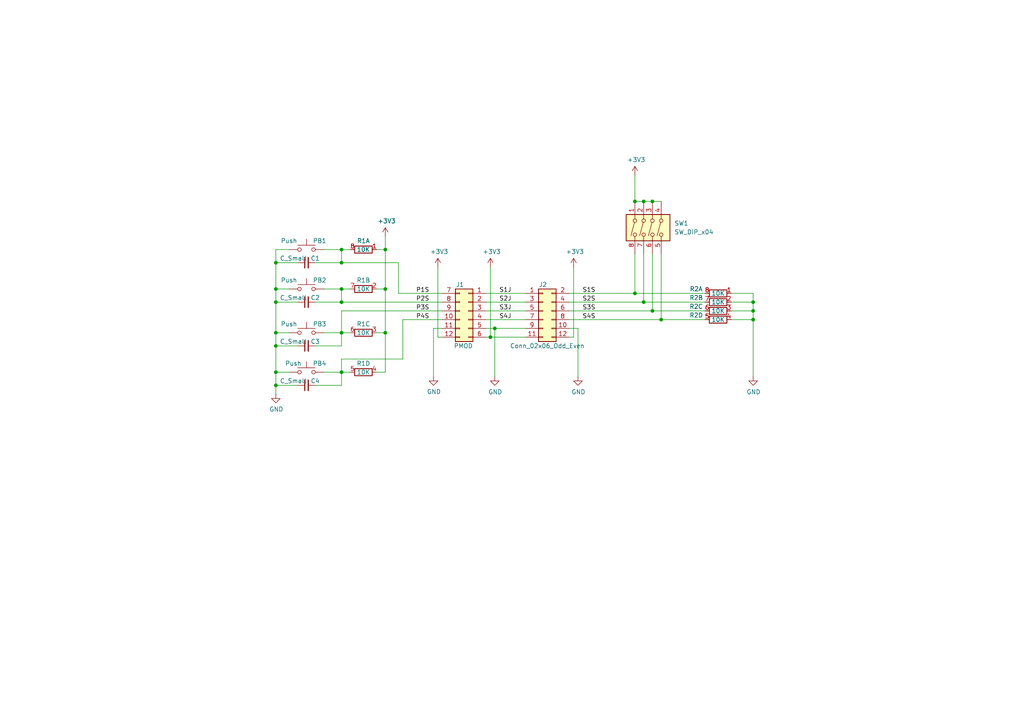
<source format=kicad_sch>
(kicad_sch (version 20211123) (generator eeschema)
  (paper "A4")
  (title_block (title "PMOD Button-Switch") (date "2022-04-18") (rev "1.0"))
  (lib_symbols
    (symbol "Connector_Generic:Conn_02x06_Odd_Even" (pin_names (offset 1.016) hide)
      (property "Reference" "J" (at 1.27 7.62 0))
      (property "Value" "Conn_02x06_Odd_Even" (at 1.27 -10.16 0))
      (symbol "Conn_02x06_Odd_Even_1_1"
        (rectangle (start -1.27 -7.493) (end 0 -7.747) (stroke (width 0.1524)))
        (rectangle (start -1.27 -4.953) (end 0 -5.207) (stroke (width 0.1524)))
        (rectangle (start -1.27 -2.413) (end 0 -2.667) (stroke (width 0.1524)))
        (rectangle (start -1.27 0.127) (end 0 -0.127) (stroke (width 0.1524)))
        (rectangle (start -1.27 2.667) (end 0 2.413) (stroke (width 0.1524)))
        (rectangle (start -1.27 5.207) (end 0 4.953) (stroke (width 0.1524)))
        (rectangle (start -1.27 6.35) (end 3.81 -8.89) (stroke (width 0.254)) (fill (type background)))
        (rectangle (start 3.81 -7.493) (end 2.54 -7.747) (stroke (width 0.1524)))
        (rectangle (start 3.81 -4.953) (end 2.54 -5.207) (stroke (width 0.1524)))
        (rectangle (start 3.81 -2.413) (end 2.54 -2.667) (stroke (width 0.1524)))
        (rectangle (start 3.81 0.127) (end 2.54 -0.127) (stroke (width 0.1524)))
        (rectangle (start 3.81 2.667) (end 2.54 2.413) (stroke (width 0.1524)))
        (rectangle (start 3.81 5.207) (end 2.54 4.953) (stroke (width 0.1524)))
        (pin passive line (at -5.08 5.08 0) (length 3.81) (name "Pin_1") (number "1"))
        (pin passive line (at 7.62 -5.08 180) (length 3.81) (name "Pin_10") (number "10"))
        (pin passive line (at -5.08 -7.62 0) (length 3.81) (name "Pin_11") (number "11"))
        (pin passive line (at 7.62 -7.62 180) (length 3.81) (name "Pin_12") (number "12"))
        (pin passive line (at 7.62 5.08 180) (length 3.81) (name "Pin_2") (number "2"))
        (pin passive line (at -5.08 2.54 0) (length 3.81) (name "Pin_3") (number "3"))
        (pin passive line (at 7.62 2.54 180) (length 3.81) (name "Pin_4") (number "4"))
        (pin passive line (at -5.08 0 0) (length 3.81) (name "Pin_5") (number "5"))
        (pin passive line (at 7.62 0 180) (length 3.81) (name "Pin_6") (number "6"))
        (pin passive line (at -5.08 -2.54 0) (length 3.81) (name "Pin_7") (number "7"))
        (pin passive line (at 7.62 -2.54 180) (length 3.81) (name "Pin_8") (number "8"))
        (pin passive line (at -5.08 -5.08 0) (length 3.81) (name "Pin_9") (number "9"))
      )
    )
    (symbol "Connector_Generic:Conn_02x06_Top_Bottom" (pin_names (offset 1.016) hide)
      (property "Reference" "J" (at 1.27 7.62 0))
      (property "Value" "Conn_02x06_Top_Bottom" (at 1.27 -10.16 0))
      (symbol "Conn_02x06_Top_Bottom_1_1"
        (rectangle (start -1.27 -7.493) (end 0 -7.747) (stroke (width 0.1524)))
        (rectangle (start -1.27 -4.953) (end 0 -5.207) (stroke (width 0.1524)))
        (rectangle (start -1.27 -2.413) (end 0 -2.667) (stroke (width 0.1524)))
        (rectangle (start -1.27 0.127) (end 0 -0.127) (stroke (width 0.1524)))
        (rectangle (start -1.27 2.667) (end 0 2.413) (stroke (width 0.1524)))
        (rectangle (start -1.27 5.207) (end 0 4.953) (stroke (width 0.1524)))
        (rectangle (start -1.27 6.35) (end 3.81 -8.89) (stroke (width 0.254)) (fill (type background)))
        (rectangle (start 3.81 -7.493) (end 2.54 -7.747) (stroke (width 0.1524)))
        (rectangle (start 3.81 -4.953) (end 2.54 -5.207) (stroke (width 0.1524)))
        (rectangle (start 3.81 -2.413) (end 2.54 -2.667) (stroke (width 0.1524)))
        (rectangle (start 3.81 0.127) (end 2.54 -0.127) (stroke (width 0.1524)))
        (rectangle (start 3.81 2.667) (end 2.54 2.413) (stroke (width 0.1524)))
        (rectangle (start 3.81 5.207) (end 2.54 4.953) (stroke (width 0.1524)))
        (pin passive line (at -5.08 5.08 0) (length 3.81) (name "Pin_1") (number "1"))
        (pin passive line (at 7.62 -2.54 180) (length 3.81) (name "Pin_10") (number "10"))
        (pin passive line (at 7.62 -5.08 180) (length 3.81) (name "Pin_11") (number "11"))
        (pin passive line (at 7.62 -7.62 180) (length 3.81) (name "Pin_12") (number "12"))
        (pin passive line (at -5.08 2.54 0) (length 3.81) (name "Pin_2") (number "2"))
        (pin passive line (at -5.08 0 0) (length 3.81) (name "Pin_3") (number "3"))
        (pin passive line (at -5.08 -2.54 0) (length 3.81) (name "Pin_4") (number "4"))
        (pin passive line (at -5.08 -5.08 0) (length 3.81) (name "Pin_5") (number "5"))
        (pin passive line (at -5.08 -7.62 0) (length 3.81) (name "Pin_6") (number "6"))
        (pin passive line (at 7.62 5.08 180) (length 3.81) (name "Pin_7") (number "7"))
        (pin passive line (at 7.62 2.54 180) (length 3.81) (name "Pin_8") (number "8"))
        (pin passive line (at 7.62 0 180) (length 3.81) (name "Pin_9") (number "9"))
      )
    )
    (symbol "Device:C_Small" (pin_numbers hide) (pin_names (offset 0.254) hide)
      (property "Reference" "C" (at 0.254 1.778 0))
      (property "Value" "C_Small" (at 0.254 -2.032 0))
      (symbol "C_Small_0_1"
        (polyline (pts (xy -1.524 -0.508) (xy 1.524 -0.508)) (stroke (width 0.3302)))
        (polyline (pts (xy -1.524 0.508) (xy 1.524 0.508)) (stroke (width 0.3048)))
      )
      (symbol "C_Small_1_1"
        (pin passive line (at 0 2.54 270) (length 2.032) (name "~") (number "1"))
        (pin passive line (at 0 -2.54 90) (length 2.032) (name "~") (number "2"))
      )
    )
    (symbol "Device:R_Pack04_Split" (pin_names (offset 0) hide)
      (property "Reference" "RN" (at 2.032 0 90))
      (property "Value" "R_Pack04_Split" (at 0 0 90))
      (symbol "R_Pack04_Split_0_1"
        (rectangle (start 1.016 2.54) (end -1.016 -2.54) (stroke (width 0.254)))
      )
      (symbol "R_Pack04_Split_1_1"
        (pin passive line (at 0 -3.81 90) (length 1.27) (name "R1.1") (number "1"))
        (pin passive line (at 0 3.81 270) (length 1.27) (name "R1.2") (number "8"))
      )
      (symbol "R_Pack04_Split_2_1"
        (pin passive line (at 0 -3.81 90) (length 1.27) (name "R2.1") (number "2"))
        (pin passive line (at 0 3.81 270) (length 1.27) (name "R2.2") (number "7"))
      )
      (symbol "R_Pack04_Split_3_1"
        (pin passive line (at 0 -3.81 90) (length 1.27) (name "R3.1") (number "3"))
        (pin passive line (at 0 3.81 270) (length 1.27) (name "R3.2") (number "6"))
      )
      (symbol "R_Pack04_Split_4_1"
        (pin passive line (at 0 -3.81 90) (length 1.27) (name "R4.1") (number "4"))
        (pin passive line (at 0 3.81 270) (length 1.27) (name "R4.2") (number "5"))
      )
    )
    (symbol "Switch:SW_DIP_x04" (pin_names (offset 0) hide)
      (property "Reference" "SW" (at 0 8.89 0))
      (property "Value" "SW_DIP_x04" (at 0 -6.35 0))
      (symbol "SW_DIP_x04_0_0"
        (circle (center -2.032 -2.54) (radius 0.508))
        (circle (center -2.032 0) (radius 0.508))
        (circle (center -2.032 2.54) (radius 0.508))
        (circle (center -2.032 5.08) (radius 0.508))
        (polyline (pts (xy -1.524 -2.3876) (xy 2.3622 -1.3462)))
        (polyline (pts (xy -1.524 0.127) (xy 2.3622 1.1684)))
        (polyline (pts (xy -1.524 2.667) (xy 2.3622 3.7084)))
        (polyline (pts (xy -1.524 5.207) (xy 2.3622 6.2484)))
        (circle (center 2.032 -2.54) (radius 0.508))
        (circle (center 2.032 0) (radius 0.508))
        (circle (center 2.032 2.54) (radius 0.508))
        (circle (center 2.032 5.08) (radius 0.508))
      )
      (symbol "SW_DIP_x04_0_1"
        (rectangle (start -3.81 7.62) (end 3.81 -5.08) (stroke (width 0.254)) (fill (type background)))
      )
      (symbol "SW_DIP_x04_1_1"
        (pin passive line (at -7.62 5.08 0) (length 5.08) (name "~") (number "1"))
        (pin passive line (at -7.62 2.54 0) (length 5.08) (name "~") (number "2"))
        (pin passive line (at -7.62 0 0) (length 5.08) (name "~") (number "3"))
        (pin passive line (at -7.62 -2.54 0) (length 5.08) (name "~") (number "4"))
        (pin passive line (at 7.62 -2.54 180) (length 5.08) (name "~") (number "5"))
        (pin passive line (at 7.62 0 180) (length 5.08) (name "~") (number "6"))
        (pin passive line (at 7.62 2.54 180) (length 5.08) (name "~") (number "7"))
        (pin passive line (at 7.62 5.08 180) (length 5.08) (name "~") (number "8"))
      )
    )
    (symbol "Switch:SW_Push" (pin_numbers hide) (pin_names (offset 1.016) hide)
      (property "Reference" "SW" (at 1.27 2.54 0))
      (property "Value" "SW_Push" (at 0 -1.524 0))
      (symbol "SW_Push_0_1"
        (circle (center -2.032 0) (radius 0.508))
        (polyline (pts (xy 0 1.27) (xy 0 3.048)))
        (polyline (pts (xy 2.54 1.27) (xy -2.54 1.27)))
        (circle (center 2.032 0) (radius 0.508))
        (pin passive line (at -5.08 0 0) (length 2.54) (name "1") (number "1"))
        (pin passive line (at 5.08 0 180) (length 2.54) (name "2") (number "2"))
      )
    )
    (symbol "power:+3V3" (power) (pin_names (offset 0))
      (property "Value" "+3V3" (at 0 3.556 0))
      (symbol "+3V3_0_1"
        (polyline (pts (xy -0.762 1.27) (xy 0 2.54)))
        (polyline (pts (xy 0 0) (xy 0 2.54)))
        (polyline (pts (xy 0 2.54) (xy 0.762 1.27)))
      )
      (symbol "+3V3_1_1"
        (pin power_in line (at 0 0 90) (length 0) hide (name "+3V3") (number "1"))
      )
    )
    (symbol "power:GND" (power) (pin_names (offset 0))
      (property "Value" "GND" (at 0 -3.81 0))
      (symbol "GND_0_1"
        (polyline (pts (xy 0 0) (xy 0 -1.27) (xy 1.27 -1.27) (xy 0 -2.54) (xy -1.27 -1.27) (xy 0 -1.27)))
      )
      (symbol "GND_1_1"
        (pin power_in line (at 0 0 270) (length 0) hide (name "GND") (number "1"))
      )
    )
  )
  (junction (at 191.77 92.71))
  (junction (at 80.01 76.2))
  (junction (at 218.44 87.63))
  (junction (at 184.15 85.09))
  (junction (at 142.24 97.79))
  (junction (at 80.01 111.76))
  (junction (at 99.06 76.2))
  (junction (at 99.06 96.52))
  (junction (at 143.51 95.25))
  (junction (at 99.06 87.63))
  (junction (at 80.01 100.33))
  (junction (at 189.23 90.17))
  (junction (at 218.44 92.71))
  (junction (at 189.23 58.42))
  (junction (at 99.06 72.39))
  (junction (at 184.15 58.42))
  (junction (at 186.69 87.63))
  (junction (at 80.01 96.52))
  (junction (at 111.76 72.39))
  (junction (at 111.76 96.52))
  (junction (at 186.69 58.42))
  (junction (at 80.01 107.95))
  (junction (at 80.01 87.63))
  (junction (at 218.44 90.17))
  (junction (at 111.76 83.82))
  (junction (at 99.06 107.95))
  (junction (at 99.06 83.82))
  (junction (at 80.01 83.82))
  (wire (pts (xy 99.06 104.14) (xy 99.06 107.95)))
  (wire (pts (xy 212.09 92.71) (xy 218.44 92.71)))
  (wire (pts (xy 167.64 95.25) (xy 167.64 109.22)))
  (wire (pts (xy 99.06 83.82) (xy 99.06 87.63)))
  (wire (pts (xy 93.98 96.52) (xy 99.06 96.52)))
  (wire (pts (xy 86.36 76.2) (xy 80.01 76.2)))
  (wire (pts (xy 142.24 97.79) (xy 152.4 97.79)))
  (wire (pts (xy 143.51 95.25) (xy 143.51 109.22)))
  (wire (pts (xy 218.44 90.17) (xy 218.44 92.71)))
  (wire (pts (xy 80.01 107.95) (xy 80.01 111.76)))
  (wire (pts (xy 80.01 87.63) (xy 86.36 87.63)))
  (wire (pts (xy 80.01 96.52) (xy 80.01 100.33)))
  (wire (pts (xy 99.06 107.95) (xy 99.06 111.76)))
  (wire (pts (xy 93.98 107.95) (xy 99.06 107.95)))
  (wire (pts (xy 116.84 104.14) (xy 99.06 104.14)))
  (wire (pts (xy 165.1 90.17) (xy 189.23 90.17)))
  (wire (pts (xy 218.44 87.63) (xy 218.44 90.17)))
  (wire (pts (xy 140.97 87.63) (xy 152.4 87.63)))
  (wire (pts (xy 99.06 72.39) (xy 101.6 72.39)))
  (wire (pts (xy 99.06 90.17) (xy 128.27 90.17)))
  (wire (pts (xy 115.57 76.2) (xy 99.06 76.2)))
  (wire (pts (xy 184.15 58.42) (xy 186.69 58.42)))
  (wire (pts (xy 218.44 92.71) (xy 218.44 109.22)))
  (wire (pts (xy 184.15 85.09) (xy 204.47 85.09)))
  (wire (pts (xy 140.97 90.17) (xy 152.4 90.17)))
  (wire (pts (xy 111.76 68.58) (xy 111.76 72.39)))
  (wire (pts (xy 140.97 92.71) (xy 152.4 92.71)))
  (wire (pts (xy 186.69 58.42) (xy 189.23 58.42)))
  (wire (pts (xy 125.73 95.25) (xy 128.27 95.25)))
  (wire (pts (xy 165.1 95.25) (xy 167.64 95.25)))
  (wire (pts (xy 86.36 111.76) (xy 80.01 111.76)))
  (wire (pts (xy 166.37 77.47) (xy 166.37 97.79)))
  (wire (pts (xy 125.73 109.22) (xy 125.73 95.25)))
  (wire (pts (xy 80.01 96.52) (xy 83.82 96.52)))
  (wire (pts (xy 109.22 96.52) (xy 111.76 96.52)))
  (wire (pts (xy 91.44 111.76) (xy 99.06 111.76)))
  (wire (pts (xy 109.22 72.39) (xy 111.76 72.39)))
  (wire (pts (xy 99.06 87.63) (xy 128.27 87.63)))
  (wire (pts (xy 99.06 83.82) (xy 101.6 83.82)))
  (wire (pts (xy 109.22 107.95) (xy 111.76 107.95)))
  (wire (pts (xy 186.69 87.63) (xy 204.47 87.63)))
  (wire (pts (xy 80.01 83.82) (xy 83.82 83.82)))
  (wire (pts (xy 140.97 85.09) (xy 152.4 85.09)))
  (wire (pts (xy 111.76 83.82) (xy 111.76 96.52)))
  (wire (pts (xy 80.01 83.82) (xy 80.01 87.63)))
  (wire (pts (xy 184.15 73.66) (xy 184.15 85.09)))
  (wire (pts (xy 91.44 100.33) (xy 99.06 100.33)))
  (wire (pts (xy 80.01 72.39) (xy 83.82 72.39)))
  (wire (pts (xy 128.27 97.79) (xy 127 97.79)))
  (wire (pts (xy 189.23 58.42) (xy 191.77 58.42)))
  (wire (pts (xy 116.84 92.71) (xy 116.84 104.14)))
  (wire (pts (xy 186.69 73.66) (xy 186.69 87.63)))
  (wire (pts (xy 184.15 50.8) (xy 184.15 58.42)))
  (wire (pts (xy 128.27 92.71) (xy 116.84 92.71)))
  (wire (pts (xy 80.01 107.95) (xy 83.82 107.95)))
  (wire (pts (xy 99.06 96.52) (xy 101.6 96.52)))
  (wire (pts (xy 80.01 111.76) (xy 80.01 114.3)))
  (wire (pts (xy 109.22 83.82) (xy 111.76 83.82)))
  (wire (pts (xy 212.09 85.09) (xy 218.44 85.09)))
  (wire (pts (xy 99.06 100.33) (xy 99.06 96.52)))
  (wire (pts (xy 91.44 76.2) (xy 99.06 76.2)))
  (wire (pts (xy 111.76 96.52) (xy 111.76 107.95)))
  (wire (pts (xy 80.01 100.33) (xy 80.01 107.95)))
  (wire (pts (xy 80.01 76.2) (xy 80.01 83.82)))
  (wire (pts (xy 99.06 72.39) (xy 99.06 76.2)))
  (wire (pts (xy 111.76 72.39) (xy 111.76 83.82)))
  (wire (pts (xy 115.57 76.2) (xy 115.57 85.09)))
  (wire (pts (xy 166.37 97.79) (xy 165.1 97.79)))
  (wire (pts (xy 80.01 72.39) (xy 80.01 76.2)))
  (wire (pts (xy 212.09 90.17) (xy 218.44 90.17)))
  (wire (pts (xy 191.77 73.66) (xy 191.77 92.71)))
  (wire (pts (xy 143.51 95.25) (xy 152.4 95.25)))
  (wire (pts (xy 189.23 73.66) (xy 189.23 90.17)))
  (wire (pts (xy 93.98 83.82) (xy 99.06 83.82)))
  (wire (pts (xy 191.77 92.71) (xy 204.47 92.71)))
  (wire (pts (xy 218.44 85.09) (xy 218.44 87.63)))
  (wire (pts (xy 99.06 107.95) (xy 101.6 107.95)))
  (wire (pts (xy 80.01 87.63) (xy 80.01 96.52)))
  (wire (pts (xy 142.24 77.47) (xy 142.24 97.79)))
  (wire (pts (xy 99.06 90.17) (xy 99.06 96.52)))
  (wire (pts (xy 165.1 85.09) (xy 184.15 85.09)))
  (wire (pts (xy 165.1 92.71) (xy 191.77 92.71)))
  (wire (pts (xy 212.09 87.63) (xy 218.44 87.63)))
  (wire (pts (xy 80.01 100.33) (xy 86.36 100.33)))
  (wire (pts (xy 127 77.47) (xy 127 97.79)))
  (wire (pts (xy 140.97 97.79) (xy 142.24 97.79)))
  (wire (pts (xy 165.1 87.63) (xy 186.69 87.63)))
  (wire (pts (xy 91.44 87.63) (xy 99.06 87.63)))
  (wire (pts (xy 115.57 85.09) (xy 128.27 85.09)))
  (wire (pts (xy 93.98 72.39) (xy 99.06 72.39)))
  (wire (pts (xy 140.97 95.25) (xy 143.51 95.25)))
  (wire (pts (xy 189.23 90.17) (xy 204.47 90.17)))
  (label "P1S" (at 120.65 85.09 0))
  (label "S1S" (at 168.91 85.09 0))
  (label "S2J" (at 144.78 87.63 0))
  (label "S4J" (at 144.78 92.71 0))
  (label "P2S" (at 120.65 87.63 0))
  (label "S3S" (at 168.91 90.17 0))
  (label "P4S" (at 120.65 92.71 0))
  (label "S1J" (at 144.78 85.09 0))
  (label "P3S" (at 120.65 90.17 0))
  (label "S2S" (at 168.91 87.63 0))
  (label "S3J" (at 144.78 90.17 0))
  (label "S4S" (at 168.91 92.71 0))
  (symbol (lib_id "power:+3V3") (at 184.15 50.8 0) (unit 1)
    (property "Reference" "#PWR09" (effects hide))
    (property "Value" "+3V3" (at 184.531 46.3296 0))
  )
  (symbol (lib_id "Device:R_Pack04_Split") (at 208.28 85.09 90) (unit 1)
    (property "Reference" "R2" (at 201.93 83.82 90))
    (property "Value" "10K" (at 208.28 85.09 90))
    (property "Footprint" "Resistor_SMD:R_Array_Convex_4x0603" (effects hide))
  )
  (symbol (lib_id "Switch:SW_Push") (at 88.9 107.95 0) (unit 1)
    (property "Reference" "PB4" (at 92.71 105.41 0))
    (property "Value" "Push" (at 85.09 105.41 0))
    (property "Footprint" "Button_Switch_THT:SW_PUSH_6mm_H5mm" (effects hide))
  )
  (symbol (lib_id "Switch:SW_DIP_x04") (at 189.23 66.04 90) (mirror x) (unit 1)
    (property "Reference" "SW1" (at 195.58 64.7699 90) (effects (justify right)))
    (property "Value" "SW_DIP_x04" (at 195.58 67.3099 90) (effects (justify right)))
    (property "Footprint" "Button_Switch_THT:SW_DIP_SPSTx04_Slide_9.78x12.34mm_W7.62mm_P2.54mm" (effects hide))
  )
  (symbol (lib_id "Switch:SW_Push") (at 88.9 72.39 0) (unit 1)
    (property "Reference" "PB1" (at 92.71 69.85 0))
    (property "Value" "Push" (at 83.82 69.85 0))
    (property "Footprint" "Button_Switch_THT:SW_PUSH_6mm_H5mm" (effects hide))
  )
  (symbol (lib_id "power:+3V3") (at 142.24 77.47 0) (unit 1)
    (property "Reference" "#PWR05" (effects hide))
    (property "Value" "+3V3" (at 142.621 72.9996 0))
  )
  (symbol (lib_id "power:+3V3") (at 111.76 68.58 0) (unit 1)
    (property "Reference" "#PWR02" (effects hide))
    (property "Value" "+3V3" (at 112.141 64.1096 0))
  )
  (symbol (lib_id "Device:R_Pack04_Split") (at 208.28 92.71 90) (unit 4)
    (property "Reference" "R2" (at 201.93 91.44 90))
    (property "Value" "10K" (at 208.28 92.71 90))
    (property "Footprint" "Resistor_SMD:R_Array_Convex_4x0603" (effects hide))
  )
  (symbol (lib_id "Device:R_Pack04_Split") (at 105.41 72.39 90) (unit 1)
    (property "Reference" "R1" (at 105.41 69.85 90))
    (property "Value" "10K" (at 105.41 72.39 90))
    (property "Footprint" "Resistor_SMD:R_Array_Convex_4x0603" (effects hide))
  )
  (symbol (lib_id "power:+3V3") (at 127 77.47 0) (unit 1)
    (property "Reference" "#PWR04" (effects hide))
    (property "Value" "+3V3" (at 127.381 72.9996 0))
  )
  (symbol (lib_id "Device:R_Pack04_Split") (at 105.41 96.52 90) (unit 3)
    (property "Reference" "R1" (at 105.41 93.98 90))
    (property "Value" "10K" (at 105.41 96.52 90))
    (property "Footprint" "Resistor_SMD:R_Array_Convex_4x0603" (effects hide))
  )
  (symbol (lib_id "Device:R_Pack04_Split") (at 208.28 87.63 90) (unit 2)
    (property "Reference" "R2" (at 201.93 86.36 90))
    (property "Value" "10K" (at 208.28 87.63 90))
    (property "Footprint" "Resistor_SMD:R_Array_Convex_4x0603" (effects hide))
  )
  (symbol (lib_id "Device:R_Pack04_Split") (at 105.41 83.82 90) (unit 2)
    (property "Reference" "R1" (at 105.41 81.28 90))
    (property "Value" "10K" (at 105.41 83.82 90))
    (property "Footprint" "Resistor_SMD:R_Array_Convex_4x0603" (effects hide))
  )
  (symbol (lib_id "power:GND") (at 143.51 109.22 0) (unit 1)
    (property "Reference" "#PWR06" (effects hide))
    (property "Value" "GND" (at 143.637 113.6904 0))
  )
  (symbol (lib_id "power:+3V3") (at 166.37 77.47 0) (unit 1)
    (property "Reference" "#PWR07" (effects hide))
    (property "Value" "+3V3" (at 166.751 72.9996 0))
  )
  (symbol (lib_id "Connector_Generic:Conn_02x06_Top_Bottom") (at 135.89 90.17 0) (mirror y) (unit 1)
    (property "Reference" "J1" (at 134.62 82.55 0) (effects (justify left)))
    (property "Value" "PMOD" (at 137.16 100.33 0) (effects (justify left)))
    (property "Footprint" "Pmod:Pmod_Header_2x06_P2.54mm_Horizontal" (effects hide))
    (property "Source" "ANY" (effects hide))
  )
  (symbol (lib_id "power:GND") (at 80.01 114.3 0) (unit 1)
    (property "Reference" "#PWR01" (effects hide))
    (property "Value" "GND" (at 80.137 118.6942 0))
  )
  (symbol (lib_id "power:GND") (at 125.73 109.22 0) (unit 1)
    (property "Reference" "#PWR03" (effects hide))
    (property "Value" "GND" (at 125.857 113.6142 0))
  )
  (symbol (lib_id "Device:R_Pack04_Split") (at 105.41 107.95 90) (unit 4)
    (property "Reference" "R1" (at 105.41 105.41 90))
    (property "Value" "10K" (at 105.41 107.95 90))
    (property "Footprint" "Resistor_SMD:R_Array_Convex_4x0603" (effects hide))
  )
  (symbol (lib_id "Device:R_Pack04_Split") (at 208.28 90.17 90) (unit 3)
    (property "Reference" "R2" (at 201.93 88.9 90))
    (property "Value" "10K" (at 208.28 90.17 90))
    (property "Footprint" "Resistor_SMD:R_Array_Convex_4x0603" (effects hide))
  )
  (symbol (lib_id "Switch:SW_Push") (at 88.9 83.82 0) (unit 1)
    (property "Reference" "PB2" (at 92.71 81.28 0))
    (property "Value" "Push" (at 83.82 81.28 0))
    (property "Footprint" "Button_Switch_THT:SW_PUSH_6mm_H5mm" (effects hide))
  )
  (symbol (lib_id "Device:C_Small") (at 88.9 76.2 90) (unit 1)
    (property "Reference" "C1" (at 91.44 74.93 90))
    (property "Value" "C_Small" (at 85.09 74.93 90))
    (property "Footprint" "Capacitor_SMD:C_0603_1608Metric_Pad1.08x0.95mm_HandSolder" (effects hide))
  )
  (symbol (lib_id "Switch:SW_Push") (at 88.9 96.52 0) (unit 1)
    (property "Reference" "PB3" (at 92.71 93.98 0))
    (property "Value" "Push" (at 83.82 93.98 0))
    (property "Footprint" "Button_Switch_THT:SW_PUSH_6mm_H5mm" (effects hide))
  )
  (symbol (lib_id "power:GND") (at 167.64 109.22 0) (unit 1)
    (property "Reference" "#PWR08" (effects hide))
    (property "Value" "GND" (at 167.767 113.6904 0))
  )
  (symbol (lib_id "Device:C_Small") (at 88.9 87.63 90) (unit 1)
    (property "Reference" "C2" (at 91.44 86.36 90))
    (property "Value" "C_Small" (at 85.09 86.36 90))
    (property "Footprint" "Capacitor_SMD:C_0603_1608Metric_Pad1.08x0.95mm_HandSolder" (effects hide))
  )
  (symbol (lib_id "Device:C_Small") (at 88.9 100.33 90) (unit 1)
    (property "Reference" "C3" (at 91.44 99.06 90))
    (property "Value" "C_Small" (at 85.09 99.06 90))
    (property "Footprint" "Capacitor_SMD:C_0603_1608Metric_Pad1.08x0.95mm_HandSolder" (effects hide))
  )
  (symbol (lib_id "power:GND") (at 218.44 109.22 0) (unit 1)
    (property "Reference" "#PWR010" (effects hide))
    (property "Value" "GND" (at 218.567 113.6904 0))
  )
  (symbol (lib_id "Connector_Generic:Conn_02x06_Odd_Even") (at 157.48 90.17 0) (unit 1)
    (property "Reference" "J2" (at 157.48 82.55 0))
    (property "Value" "Conn_02x06_Odd_Even" (at 158.75 100.33 0))
    (property "Footprint" "Connector_PinHeader_2.54mm:PinHeader_2x06_P2.54mm_Vertical" (effects hide))
  )
  (symbol (lib_id "Device:C_Small") (at 88.9 111.76 90) (unit 1)
    (property "Reference" "C4" (at 91.44 110.49 90))
    (property "Value" "C_Small" (at 85.09 110.49 90))
    (property "Footprint" "Capacitor_SMD:C_0603_1608Metric_Pad1.08x0.95mm_HandSolder" (effects hide))
  )
)
</source>
